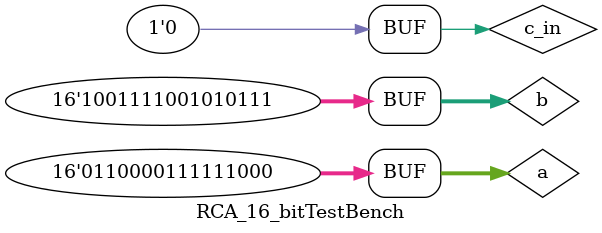
<source format=v>
`timescale 1ns / 1ps


module RCA_16_bitTestBench;

	// Inputs
	reg [15:0] a;
	reg [15:0] b;
	reg c_in;

	// Outputs
	wire [15:0] s;
	wire c_out;

	// Instantiate the Unit Under Test (UUT)
	RCA_16_bit uut (
		.a(a), 
		.b(b), 
		.c_in(c_in), 
		.s(s), 
		.c_out(c_out)
	);

	initial begin
		$monitor ("a = %d, b = %d, c_in = %d, c_out = %d, sum = %d", a, b, c_in, c_out, s);
      a = 16'd1076; b = 16'd13875; c_in = 1;
		#100;
		a = 16'd31245; b = 16'd7785; c_in = 0;
		#100;
		a = 16'd25000; b = 16'd25600; c_in = 1;
		#100;
		a = 16'd25001; b = 16'd40535; c_in = 1;
		#100;
		a = 16'd25080; b = 16'd40535; c_in = 0;
	end
      
endmodule


</source>
